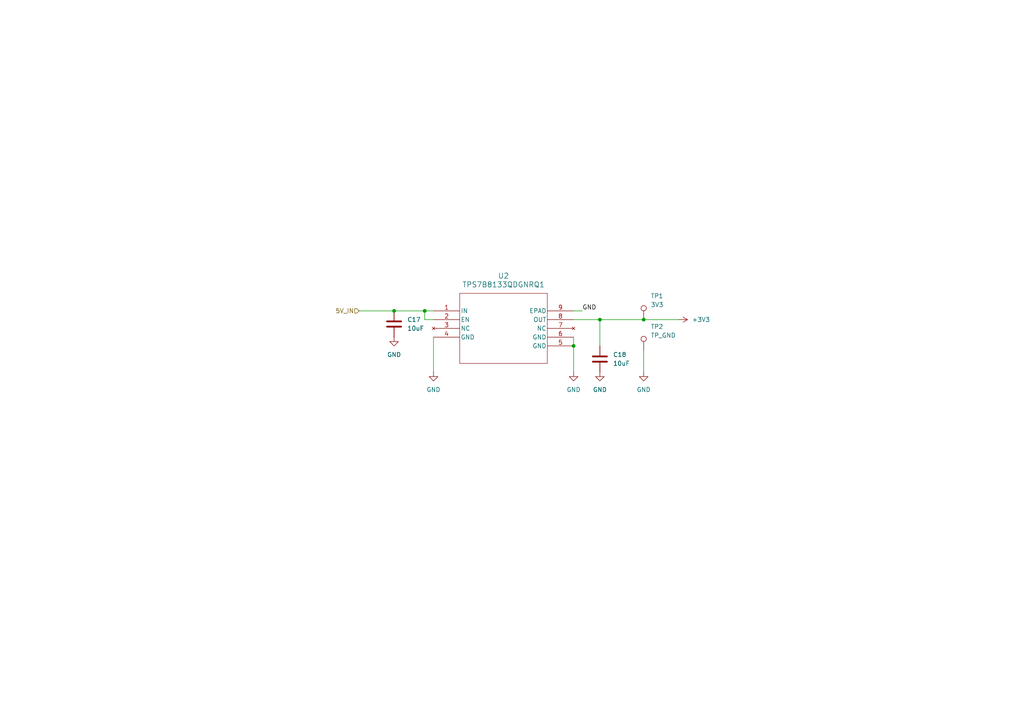
<source format=kicad_sch>
(kicad_sch (version 20250114) (generator "eeschema") (generator_version "9.0")
  (paper "A4")
  (lib_symbols
    (symbol "Connector:TestPoint" (pin_numbers (hide yes)) (pin_names (offset 0.762) (hide yes))
      (property "Reference" "TP" (at 0 6.858 0))
      (property "Value" "TestPoint" (at 0 5.08 0))
      (symbol "TestPoint_0_1"
        (circle (center 0 3.302) (radius 0.762))
      )
      (symbol "TestPoint_1_1"
        (pin passive line (at 0 0 90) (length 2.54) (name "1") (number "1"))
      )
    )
    (symbol "Device:C" (pin_numbers (hide yes)) (pin_names (offset 0.254))
      (property "Reference" "C" (at 0.635 2.54 0))
      (property "Value" "C" (at 0.635 -2.54 0))
      (symbol "C_0_1"
        (polyline (pts (xy -2.032 0.762) (xy 2.032 0.762)) (stroke (width 0.508)))
        (polyline (pts (xy -2.032 -0.762) (xy 2.032 -0.762)) (stroke (width 0.508)))
      )
      (symbol "C_1_1"
        (pin passive line (at 0 3.81 270) (length 2.794) (name "~") (number "1"))
        (pin passive line (at 0 -3.81 90) (length 2.794) (name "~") (number "2"))
      )
    )
    (symbol "_TPS7B81-Q1:TPS7B8133QDGNRQ1" (pin_names (offset 0.254))
      (property "Reference" "U3" (at 20.32 10.16 0))
      (property "Value" "TPS7B8133QDGNRQ1" (at 20.32 7.62 0))
      (symbol "TPS7B8133QDGNRQ1_0_1"
        (polyline (pts (xy 7.62 5.08) (xy 7.62 -15.24)) (stroke (width 0.127)))
        (polyline (pts (xy 7.62 -15.24) (xy 33.02 -15.24)) (stroke (width 0.127)))
        (polyline (pts (xy 33.02 5.08) (xy 7.62 5.08)) (stroke (width 0.127)))
        (polyline (pts (xy 33.02 -15.24) (xy 33.02 5.08)) (stroke (width 0.127)))
        (pin input line (at 0 -2.54 0) (length 7.62) (name "EN") (number "2"))
        (pin no_connect line (at 0 -5.08 0) (length 7.62) (name "NC") (number "3"))
        (pin power_out line (at 40.64 0 180) (length 7.62) (name "EPAD") (number "9"))
        (pin no_connect line (at 40.64 -5.08 180) (length 7.62) (name "NC") (number "7"))
      )
      (symbol "TPS7B8133QDGNRQ1_1_1"
        (pin input line (at 0 0 0) (length 7.62) (name "IN") (number "1"))
        (pin power_in line (at 0 -7.62 0) (length 7.62) (name "GND") (number "4"))
        (pin power_out line (at 40.64 -2.54 180) (length 7.62) (name "OUT") (number "8"))
        (pin power_in line (at 40.64 -7.62 180) (length 7.62) (name "GND") (number "6"))
        (pin power_in line (at 40.64 -10.16 180) (length 7.62) (name "GND") (number "5"))
      )
    )
    (symbol "power:+3V3" (power) (pin_numbers (hide yes)) (pin_names (offset 0) (hide yes))
      (property "Value" "+3V3" (at 0 3.556 0))
      (symbol "+3V3_0_1"
        (polyline (pts (xy -0.762 1.27) (xy 0 2.54)))
        (polyline (pts (xy 0 2.54) (xy 0.762 1.27)))
        (polyline (pts (xy 0 0) (xy 0 2.54)))
      )
      (symbol "+3V3_1_1"
        (pin power_in line (at 0 0 90) (length 0) (name "~") (number "1"))
      )
    )
    (symbol "power:GND" (power) (pin_numbers (hide yes)) (pin_names (offset 0) (hide yes))
      (property "Value" "GND" (at 0 -3.81 0))
      (symbol "GND_0_1"
        (polyline (pts (xy 0 0) (xy 0 -1.27) (xy 1.27 -1.27) (xy 0 -2.54) (xy -1.27 -1.27) (xy 0 -1.27)))
      )
      (symbol "GND_1_1"
        (pin power_in line (at 0 0 270) (length 0) (name "~") (number "1"))
      )
    )
  )
  (junction (at 114.3 90.17))
  (junction (at 123.19 90.17))
  (junction (at 173.99 92.71))
  (junction (at 186.69 92.71))
  (junction (at 166.37 100.33))
  (wire (pts (xy 173.99 92.71) (xy 173.99 100.33)))
  (wire (pts (xy 166.37 90.17) (xy 168.91 90.17)))
  (wire (pts (xy 166.37 100.33) (xy 166.37 107.95)))
  (wire (pts (xy 173.99 92.71) (xy 186.69 92.71)))
  (wire (pts (xy 123.19 92.71) (xy 123.19 90.17)))
  (wire (pts (xy 166.37 97.79) (xy 166.37 100.33)))
  (wire (pts (xy 123.19 90.17) (xy 125.73 90.17)))
  (wire (pts (xy 166.37 92.71) (xy 173.99 92.71)))
  (wire (pts (xy 114.3 90.17) (xy 123.19 90.17)))
  (wire (pts (xy 125.73 92.71) (xy 123.19 92.71)))
  (wire (pts (xy 186.69 92.71) (xy 196.85 92.71)))
  (wire (pts (xy 125.73 97.79) (xy 125.73 107.95)))
  (wire (pts (xy 186.69 101.6) (xy 186.69 107.95)))
  (wire (pts (xy 104.14 90.17) (xy 114.3 90.17)))
  (label "GND" (at 168.91 90.17 0))
  (hierarchical_label "5V_IN" (shape input) (at 104.14 90.17 180))
  (symbol (lib_id "power:GND") (at 166.37 107.95 0) (unit 1)
    (property "Reference" "#PWR047" (effects (hide yes)))
    (property "Value" "GND" (at 166.37 113.03 0))
    (property "Description" "Power symbol creates a global label with name \"GND\" , ground" (effects (hide yes)))
  )
  (symbol (lib_id "Device:C") (at 173.99 104.14 0) (unit 1)
    (property "Reference" "C18" (at 177.8 102.8699 0) (effects (justify left)))
    (property "Value" "10uF" (at 177.8 105.4099 0) (effects (justify left)))
    (property "Footprint" "Capacitor_SMD:C_0805_2012Metric" (effects (hide yes)))
    (property "Datasheet" "https://search.murata.co.jp/Ceramy/image/img/A01X/G101/ENG/GRM21BR61H106KE43-01A.pdf" (effects (hide yes)))
    (property "Description" "CAP CER 10UF 50V X5R 0805" (effects (hide yes)))
    (property "Mfr" "Murata Electronics" (effects (hide yes)))
    (property "Mfr P/N" "GRM21BR61H106KE43L" (effects (hide yes)))
    (property "Supplier_1" "DigiKey" (effects (hide yes)))
    (property "Supplier_1 P/N" "490-18663-1-ND" (effects (hide yes)))
    (property "Supplier_1 Price @ Qty" "1" (effects (hide yes)))
    (property "Supplier_1 Unit Price" "$0.28" (effects (hide yes)))
  )
  (symbol (lib_id "power:GND") (at 114.3 97.79 0) (unit 1)
    (property "Reference" "#PWR045" (effects (hide yes)))
    (property "Value" "GND" (at 114.3 102.87 0))
    (property "Description" "Power symbol creates a global label with name \"GND\" , ground" (effects (hide yes)))
  )
  (symbol (lib_id "Connector:TestPoint") (at 186.69 101.6 0) (unit 1)
    (property "Reference" "TP2" (at 188.722 94.742 0) (effects (justify left)))
    (property "Value" "TP_GND" (at 188.722 97.282 0) (effects (justify left)))
    (property "Footprint" "_NavLights:HARWIN_S1751-46R" (effects (hide yes)))
    (property "Datasheet" "https://content.harwin.com/m/c5b84e6a45e9b9f6/original/DRG-02202-Technical-Drawing-Datasheet-S1751R-pdf.pdf" (effects (hide yes)))
    (property "Description" "test point" (effects (hide yes)))
    (property "Mfr" "Harwin Inc." (effects (hide yes)))
    (property "Mfr P/N" "S1751-46R" (effects (hide yes)))
    (property "Supplier_1" "Digikey" (effects (hide yes)))
    (property "Supplier_1 P/N" "952-1478-2-ND" (effects (hide yes)))
    (property "Supplier_1 Price @ Qty" "1" (effects (hide yes)))
    (property "Supplier_1 Unit Price" "0.28" (effects (hide yes)))
  )
  (symbol (lib_id "power:+3V3") (at 196.85 92.71 270) (unit 1)
    (property "Reference" "#PWR050" (effects (hide yes)))
    (property "Value" "+3V3" (at 200.66 92.7099 90) (effects (justify left)))
    (property "Description" "Power symbol creates a global label with name \"+3V3\"" (effects (hide yes)))
  )
  (symbol (lib_id "power:GND") (at 125.73 107.95 0) (unit 1)
    (property "Reference" "#PWR046" (effects (hide yes)))
    (property "Value" "GND" (at 125.73 113.03 0))
    (property "Description" "Power symbol creates a global label with name \"GND\" , ground" (effects (hide yes)))
  )
  (symbol (lib_id "power:GND") (at 173.99 107.95 0) (unit 1)
    (property "Reference" "#PWR048" (effects (hide yes)))
    (property "Value" "GND" (at 173.99 113.03 0))
    (property "Description" "Power symbol creates a global label with name \"GND\" , ground" (effects (hide yes)))
  )
  (symbol (lib_id "Device:C") (at 114.3 93.98 0) (unit 1)
    (property "Reference" "C17" (at 118.11 92.7099 0) (effects (justify left)))
    (property "Value" "10uF" (at 118.11 95.2499 0) (effects (justify left)))
    (property "Footprint" "Capacitor_SMD:C_0805_2012Metric" (effects (hide yes)))
    (property "Datasheet" "https://search.murata.co.jp/Ceramy/image/img/A01X/G101/ENG/GRM21BR61H106KE43-01A.pdf" (effects (hide yes)))
    (property "Description" "CAP CER 10UF 50V X5R 0805" (effects (hide yes)))
    (property "Mfr" "Murata Electronics" (effects (hide yes)))
    (property "Mfr P/N" "GRM21BR61H106KE43L" (effects (hide yes)))
    (property "Supplier_1" "DigiKey" (effects (hide yes)))
    (property "Supplier_1 P/N" "490-18663-1-ND" (effects (hide yes)))
    (property "Supplier_1 Price @ Qty" "1" (effects (hide yes)))
    (property "Supplier_1 Unit Price" "$0.28" (effects (hide yes)))
  )
  (symbol (lib_id "_TPS7B81-Q1:TPS7B8133QDGNRQ1") (at 125.73 90.17 0) (unit 1)
    (property "Reference" "U2" (at 146.05 80.01 0) (effects (font (size 1.524 1.524))))
    (property "Value" "TPS7B8133QDGNRQ1" (at 146.05 82.55 0) (effects (font (size 1.524 1.524))))
    (property "Footprint" "_NavLights:VSSOP8_DGN_TEX" (effects (hide yes)))
    (property "Datasheet" "https://www.ti.com/lit/gpn/tps7b81-q1" (effects (hide yes)))
    (property "Description" "IC REG LIN 3.3V 150MA 8-HVSSOP" (effects (hide yes)))
    (property "Mfr" "Texas Instruments" (effects (hide yes)))
    (property "Mfr P/N" "TPS7B8133QDGNRQ1" (effects (hide yes)))
    (property "Supplier_1" "DigiKey" (effects (hide yes)))
    (property "Supplier_1 P/N" "296-TPS7B8133QDGNRQ1CT-ND" (effects (hide yes)))
    (property "Supplier_1 Price @ Qty" "1" (effects (hide yes)))
    (property "Supplier_1 Unit Price" "$1.60" (effects (hide yes)))
  )
  (symbol (lib_id "power:GND") (at 186.69 107.95 0) (unit 1)
    (property "Reference" "#PWR049" (effects (hide yes)))
    (property "Value" "GND" (at 186.69 113.03 0))
    (property "Description" "Power symbol creates a global label with name \"GND\" , ground" (effects (hide yes)))
  )
  (symbol (lib_id "Connector:TestPoint") (at 186.69 92.71 0) (unit 1)
    (property "Reference" "TP1" (at 188.722 85.852 0) (effects (justify left)))
    (property "Value" "3V3" (at 188.722 88.392 0) (effects (justify left)))
    (property "Footprint" "_NavLights:HARWIN_S1751-46R" (effects (hide yes)))
    (property "Datasheet" "https://content.harwin.com/m/c5b84e6a45e9b9f6/original/DRG-02202-Technical-Drawing-Datasheet-S1751R-pdf.pdf" (effects (hide yes)))
    (property "Description" "test point" (effects (hide yes)))
    (property "Mfr" "Harwin Inc." (effects (hide yes)))
    (property "Mfr P/N" "S1751-46R" (effects (hide yes)))
    (property "Supplier_1" "Digikey" (effects (hide yes)))
    (property "Supplier_1 P/N" "952-1478-2-ND" (effects (hide yes)))
    (property "Supplier_1 Price @ Qty" "1" (effects (hide yes)))
    (property "Supplier_1 Unit Price" "0.28" (effects (hide yes)))
  )
)
</source>
